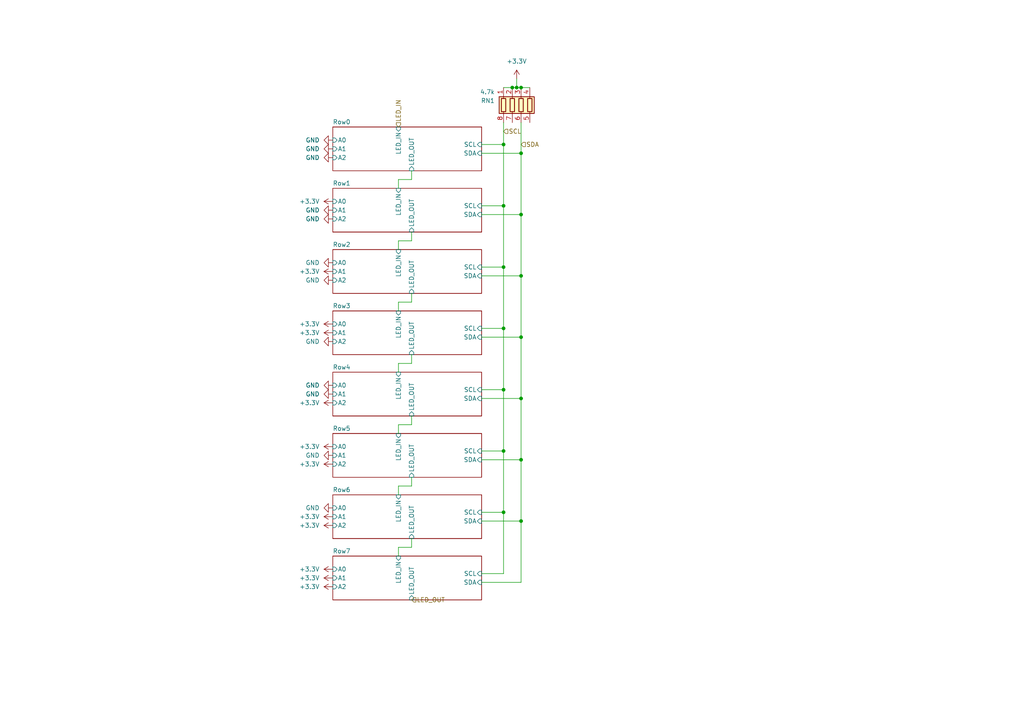
<source format=kicad_sch>
(kicad_sch (version 20230121) (generator eeschema)
  (paper "A4")
  (lib_symbols
    (symbol "Device:R_Pack04" (pin_names (offset 0) hide)
      (property "Reference" "RN" (at -7.62 0 90))
      (property "Value" "R_Pack04" (at 5.08 0 90))
      (symbol "R_Pack04_0_1"
        (rectangle (start -6.35 -2.413) (end 3.81 2.413) (stroke (width 0.254)) (fill (type background)))
        (rectangle (start -5.715 1.905) (end -4.445 -1.905) (stroke (width 0.254)))
        (rectangle (start -3.175 1.905) (end -1.905 -1.905) (stroke (width 0.254)))
        (rectangle (start -0.635 1.905) (end 0.635 -1.905) (stroke (width 0.254)))
        (polyline (pts (xy -5.08 -2.54) (xy -5.08 -1.905)))
        (polyline (pts (xy -5.08 1.905) (xy -5.08 2.54)))
        (polyline (pts (xy -2.54 -2.54) (xy -2.54 -1.905)))
        (polyline (pts (xy -2.54 1.905) (xy -2.54 2.54)))
        (polyline (pts (xy 0 -2.54) (xy 0 -1.905)))
        (polyline (pts (xy 0 1.905) (xy 0 2.54)))
        (polyline (pts (xy 2.54 -2.54) (xy 2.54 -1.905)))
        (polyline (pts (xy 2.54 1.905) (xy 2.54 2.54)))
        (rectangle (start 1.905 1.905) (end 3.175 -1.905) (stroke (width 0.254)))
      )
      (symbol "R_Pack04_1_1"
        (pin passive line (at -5.08 -5.08 90) (length 2.54) (name "R1.1") (number "1"))
        (pin passive line (at -2.54 -5.08 90) (length 2.54) (name "R2.1") (number "2"))
        (pin passive line (at 0 -5.08 90) (length 2.54) (name "R3.1") (number "3"))
        (pin passive line (at 2.54 -5.08 90) (length 2.54) (name "R4.1") (number "4"))
        (pin passive line (at 2.54 5.08 270) (length 2.54) (name "R4.2") (number "5"))
        (pin passive line (at 0 5.08 270) (length 2.54) (name "R3.2") (number "6"))
        (pin passive line (at -2.54 5.08 270) (length 2.54) (name "R2.2") (number "7"))
        (pin passive line (at -5.08 5.08 270) (length 2.54) (name "R1.2") (number "8"))
      )
    )
    (symbol "power:+3.3V" (power) (pin_names (offset 0))
      (property "Value" "+3.3V" (at 0 3.556 0))
      (symbol "+3.3V_0_1"
        (polyline (pts (xy -0.762 1.27) (xy 0 2.54)))
        (polyline (pts (xy 0 0) (xy 0 2.54)))
        (polyline (pts (xy 0 2.54) (xy 0.762 1.27)))
      )
      (symbol "+3.3V_1_1"
        (pin power_in line (at 0 0 90) (length 0) hide (name "+3.3V") (number "1"))
      )
    )
    (symbol "power:GND" (power) (pin_names (offset 0))
      (property "Value" "GND" (at 0 -3.81 0))
      (symbol "GND_0_1"
        (polyline (pts (xy 0 0) (xy 0 -1.27) (xy 1.27 -1.27) (xy 0 -2.54) (xy -1.27 -1.27) (xy 0 -1.27)))
      )
      (symbol "GND_1_1"
        (pin power_in line (at 0 0 270) (length 0) hide (name "GND") (number "1"))
      )
    )
  )
  (junction (at 146.05 59.69))
  (junction (at 148.59 25.4))
  (junction (at 151.13 44.45))
  (junction (at 146.05 41.91))
  (junction (at 146.05 95.25))
  (junction (at 151.13 25.4))
  (junction (at 146.05 148.59))
  (junction (at 151.13 115.57))
  (junction (at 151.13 151.13))
  (junction (at 146.05 77.47))
  (junction (at 151.13 80.01))
  (junction (at 151.13 62.23))
  (junction (at 149.86 25.4))
  (junction (at 146.05 113.03))
  (junction (at 151.13 133.35))
  (junction (at 151.13 97.79))
  (junction (at 146.05 130.81))
  (wire (pts (xy 146.05 59.69) (xy 146.05 77.47)))
  (wire (pts (xy 151.13 115.57) (xy 151.13 133.35)))
  (wire (pts (xy 146.05 113.03) (xy 139.7 113.03)))
  (wire (pts (xy 119.38 52.07) (xy 115.57 52.07)))
  (wire (pts (xy 139.7 41.91) (xy 146.05 41.91)))
  (wire (pts (xy 119.38 69.85) (xy 115.57 69.85)))
  (wire (pts (xy 119.38 105.41) (xy 115.57 105.41)))
  (wire (pts (xy 119.38 102.87) (xy 119.38 105.41)))
  (wire (pts (xy 119.38 87.63) (xy 115.57 87.63)))
  (wire (pts (xy 139.7 133.35) (xy 151.13 133.35)))
  (wire (pts (xy 139.7 151.13) (xy 151.13 151.13)))
  (wire (pts (xy 119.38 158.75) (xy 115.57 158.75)))
  (wire (pts (xy 146.05 113.03) (xy 146.05 130.81)))
  (wire (pts (xy 139.7 97.79) (xy 151.13 97.79)))
  (wire (pts (xy 146.05 95.25) (xy 139.7 95.25)))
  (wire (pts (xy 151.13 97.79) (xy 151.13 115.57)))
  (wire (pts (xy 115.57 105.41) (xy 115.57 107.95)))
  (wire (pts (xy 115.57 52.07) (xy 115.57 54.61)))
  (wire (pts (xy 139.7 115.57) (xy 151.13 115.57)))
  (wire (pts (xy 149.86 25.4) (xy 151.13 25.4)))
  (wire (pts (xy 139.7 168.91) (xy 151.13 168.91)))
  (wire (pts (xy 148.59 25.4) (xy 149.86 25.4)))
  (wire (pts (xy 146.05 77.47) (xy 146.05 95.25)))
  (wire (pts (xy 119.38 123.19) (xy 115.57 123.19)))
  (wire (pts (xy 139.7 80.01) (xy 151.13 80.01)))
  (wire (pts (xy 146.05 25.4) (xy 148.59 25.4)))
  (wire (pts (xy 146.05 59.69) (xy 139.7 59.69)))
  (wire (pts (xy 146.05 130.81) (xy 146.05 148.59)))
  (wire (pts (xy 119.38 49.53) (xy 119.38 52.07)))
  (wire (pts (xy 119.38 67.31) (xy 119.38 69.85)))
  (wire (pts (xy 119.38 138.43) (xy 119.38 140.97)))
  (wire (pts (xy 149.86 22.86) (xy 149.86 25.4)))
  (wire (pts (xy 115.57 69.85) (xy 115.57 72.39)))
  (wire (pts (xy 146.05 148.59) (xy 146.05 166.37)))
  (wire (pts (xy 151.13 80.01) (xy 151.13 97.79)))
  (wire (pts (xy 119.38 85.09) (xy 119.38 87.63)))
  (wire (pts (xy 146.05 166.37) (xy 139.7 166.37)))
  (wire (pts (xy 151.13 44.45) (xy 151.13 62.23)))
  (wire (pts (xy 139.7 62.23) (xy 151.13 62.23)))
  (wire (pts (xy 119.38 120.65) (xy 119.38 123.19)))
  (wire (pts (xy 151.13 133.35) (xy 151.13 151.13)))
  (wire (pts (xy 146.05 130.81) (xy 139.7 130.81)))
  (wire (pts (xy 146.05 41.91) (xy 146.05 59.69)))
  (wire (pts (xy 119.38 140.97) (xy 115.57 140.97)))
  (wire (pts (xy 146.05 35.56) (xy 146.05 41.91)))
  (wire (pts (xy 151.13 62.23) (xy 151.13 80.01)))
  (wire (pts (xy 151.13 35.56) (xy 151.13 44.45)))
  (wire (pts (xy 146.05 148.59) (xy 139.7 148.59)))
  (wire (pts (xy 151.13 151.13) (xy 151.13 168.91)))
  (wire (pts (xy 115.57 158.75) (xy 115.57 161.29)))
  (wire (pts (xy 146.05 95.25) (xy 146.05 113.03)))
  (wire (pts (xy 115.57 123.19) (xy 115.57 125.73)))
  (wire (pts (xy 139.7 44.45) (xy 151.13 44.45)))
  (wire (pts (xy 115.57 87.63) (xy 115.57 90.17)))
  (wire (pts (xy 146.05 77.47) (xy 139.7 77.47)))
  (wire (pts (xy 119.38 156.21) (xy 119.38 158.75)))
  (wire (pts (xy 151.13 25.4) (xy 153.67 25.4)))
  (wire (pts (xy 115.57 140.97) (xy 115.57 143.51)))
  (hierarchical_label "SCL" (shape input) (at 146.05 38.1 0))
  (hierarchical_label "LED_IN" (shape input) (at 115.57 36.83 90))
  (hierarchical_label "SDA" (shape input) (at 151.13 41.91 0))
  (hierarchical_label "LED_OUT" (shape input) (at 119.38 173.99 0))
  (symbol (lib_id "power:+3.3V") (at 96.52 78.74 90) (unit 1)
    (property "Reference" "#PWR047" (effects hide))
    (property "Value" "+3.3V" (at 92.71 78.74 90) (effects (justify left)))
  )
  (symbol (lib_id "power:GND") (at 96.52 43.18 270) (unit 1)
    (property "Reference" "#PWR072" (effects hide))
    (property "Value" "GND" (at 92.71 43.18 90) (effects (justify right)))
  )
  (symbol (lib_id "power:GND") (at 96.52 63.5 270) (unit 1)
    (property "Reference" "#PWR045" (effects hide))
    (property "Value" "GND" (at 92.71 63.5 90) (effects (justify right)))
  )
  (symbol (lib_id "power:GND") (at 96.52 99.06 270) (unit 1)
    (property "Reference" "#PWR076" (effects hide))
    (property "Value" "GND" (at 92.71 99.06 90) (effects (justify right)))
  )
  (symbol (lib_id "power:GND") (at 96.52 132.08 270) (unit 1)
    (property "Reference" "#PWR0123" (effects hide))
    (property "Value" "GND" (at 92.71 132.08 90) (effects (justify right)))
  )
  (symbol (lib_id "power:+3.3V") (at 96.52 58.42 90) (unit 1)
    (property "Reference" "#PWR046" (effects hide))
    (property "Value" "+3.3V" (at 92.71 58.42 90) (effects (justify left)))
  )
  (symbol (lib_id "power:+3.3V") (at 96.52 170.18 90) (unit 1)
    (property "Reference" "#PWR0147" (effects hide))
    (property "Value" "+3.3V" (at 92.71 170.18 90) (effects (justify left)))
  )
  (symbol (lib_id "power:GND") (at 96.52 45.72 270) (unit 1)
    (property "Reference" "#PWR073" (effects hide))
    (property "Value" "GND" (at 92.71 45.72 90) (effects (justify right)))
  )
  (symbol (lib_id "power:+3.3V") (at 96.52 149.86 90) (unit 1)
    (property "Reference" "#PWR0170" (effects hide))
    (property "Value" "+3.3V" (at 92.71 149.86 90) (effects (justify left)))
  )
  (symbol (lib_id "Device:R_Pack04") (at 151.13 30.48 0) (mirror x) (unit 1)
    (property "Reference" "RN1" (at 143.51 29.21 0) (effects (justify right)))
    (property "Value" "4.7k" (at 143.51 26.67 0) (effects (justify right)))
    (property "Footprint" "Resistor_SMD:R_Array_Concave_4x0603" (effects hide))
    (instances (project "chessbot" (path "" (reference "RN1") (unit 1)) (path "" (reference "RN5") (unit 1)) (path "" (reference "RN7") (unit 1)) (path "" (reference "RN8") (unit 1)) (path "" (reference "RN6") (unit 1)) (path "" (reference "RN2") (unit 1)) (path "" (reference "RN3") (unit 1)) (path "" (reference "RN4") (unit 1)) (path "" (reference "RN10") (unit 1))))
  )
  (symbol (lib_id "power:+3.3V") (at 96.52 167.64 90) (unit 1)
    (property "Reference" "#PWR0148" (effects hide))
    (property "Value" "+3.3V" (at 92.71 167.64 90) (effects (justify left)))
  )
  (symbol (lib_id "power:GND") (at 96.52 60.96 270) (unit 1)
    (property "Reference" "#PWR071" (effects hide))
    (property "Value" "GND" (at 92.71 60.96 90) (effects (justify right)))
  )
  (symbol (lib_id "power:GND") (at 96.52 111.76 270) (unit 1)
    (property "Reference" "#PWR074" (effects hide))
    (property "Value" "GND" (at 92.71 111.76 90) (effects (justify right)))
  )
  (symbol (lib_id "power:+3.3V") (at 96.52 134.62 90) (unit 1)
    (property "Reference" "#PWR0124" (effects hide))
    (property "Value" "+3.3V" (at 92.71 134.62 90) (effects (justify left)))
  )
  (symbol (lib_id "power:+3.3V") (at 96.52 129.54 90) (unit 1)
    (property "Reference" "#PWR0122" (effects hide))
    (property "Value" "+3.3V" (at 92.71 129.54 90) (effects (justify left)))
  )
  (symbol (lib_id "power:GND") (at 96.52 114.3 270) (unit 1)
    (property "Reference" "#PWR0100" (effects hide))
    (property "Value" "GND" (at 92.71 114.3 90) (effects (justify right)))
  )
  (symbol (lib_id "power:+3.3V") (at 96.52 165.1 90) (unit 1)
    (property "Reference" "#PWR0171" (effects hide))
    (property "Value" "+3.3V" (at 92.71 165.1 90) (effects (justify left)))
  )
  (symbol (lib_id "power:+3.3V") (at 96.52 93.98 90) (unit 1)
    (property "Reference" "#PWR098" (effects hide))
    (property "Value" "+3.3V" (at 92.71 93.98 90) (effects (justify left)))
  )
  (symbol (lib_id "power:GND") (at 96.52 76.2 270) (unit 1)
    (property "Reference" "#PWR048" (effects hide))
    (property "Value" "GND" (at 92.71 76.2 90) (effects (justify right)))
  )
  (symbol (lib_id "power:+3.3V") (at 149.86 22.86 0) (unit 1)
    (property "Reference" "#PWR041" (effects hide))
    (property "Value" "+3.3V" (at 149.86 17.78 0))
  )
  (symbol (lib_id "power:GND") (at 96.52 40.64 270) (unit 1)
    (property "Reference" "#PWR044" (effects hide))
    (property "Value" "GND" (at 92.71 40.64 90) (effects (justify right)))
  )
  (symbol (lib_id "power:+3.3V") (at 96.52 96.52 90) (unit 1)
    (property "Reference" "#PWR075" (effects hide))
    (property "Value" "+3.3V" (at 92.71 96.52 90) (effects (justify left)))
  )
  (symbol (lib_id "power:+3.3V") (at 96.52 152.4 90) (unit 1)
    (property "Reference" "#PWR0146" (effects hide))
    (property "Value" "+3.3V" (at 92.71 152.4 90) (effects (justify left)))
  )
  (symbol (lib_id "power:GND") (at 96.52 81.28 270) (unit 1)
    (property "Reference" "#PWR070" (effects hide))
    (property "Value" "GND" (at 92.71 81.28 90) (effects (justify right)))
  )
  (symbol (lib_id "power:GND") (at 96.52 147.32 270) (unit 1)
    (property "Reference" "#PWR0172" (effects hide))
    (property "Value" "GND" (at 92.71 147.32 90) (effects (justify right)))
  )
  (symbol (lib_id "power:+3.3V") (at 96.52 116.84 90) (unit 1)
    (property "Reference" "#PWR099" (effects hide))
    (property "Value" "+3.3V" (at 92.71 116.84 90) (effects (justify left)))
  )
  (sheet (at 96.52 54.61) (size 43.18 12.7) (stroke (width 0.1524))
    (property "Sheetname" "Row1" (at 96.52 53.8984 0) (effects (justify left bottom)))
    (property "Sheetfile" "row.kicad_sch" (effects hide))
    (pin "LED_OUT" input (at 119.38 67.31 270))
    (pin "A2" input (at 96.52 63.5 180))
    (pin "A1" input (at 96.52 60.96 180))
    (pin "A0" input (at 96.52 58.42 180))
    (pin "LED_IN" input (at 115.57 54.61 90))
    (pin "SDA" input (at 139.7 62.23 0))
    (pin "SCL" input (at 139.7 59.69 0))
  )
  (sheet (at 96.52 36.83) (size 43.18 12.7) (stroke (width 0.1524))
    (property "Sheetname" "Row0" (at 96.52 36.1184 0) (effects (justify left bottom)))
    (property "Sheetfile" "row.kicad_sch" (effects hide))
    (pin "LED_OUT" input (at 119.38 49.53 270))
    (pin "A2" input (at 96.52 45.72 180))
    (pin "A1" input (at 96.52 43.18 180))
    (pin "A0" input (at 96.52 40.64 180))
    (pin "LED_IN" input (at 115.57 36.83 90))
    (pin "SDA" input (at 139.7 44.45 0))
    (pin "SCL" input (at 139.7 41.91 0))
  )
  (sheet (at 96.52 161.29) (size 43.18 12.7) (stroke (width 0.1524))
    (property "Sheetname" "Row7" (at 96.52 160.5784 0) (effects (justify left bottom)))
    (property "Sheetfile" "row.kicad_sch" (effects hide))
    (pin "LED_OUT" input (at 119.38 173.99 270))
    (pin "A2" input (at 96.52 170.18 180))
    (pin "A1" input (at 96.52 167.64 180))
    (pin "A0" input (at 96.52 165.1 180))
    (pin "LED_IN" input (at 115.57 161.29 90))
    (pin "SDA" input (at 139.7 168.91 0))
    (pin "SCL" input (at 139.7 166.37 0))
  )
  (sheet (at 96.52 125.73) (size 43.18 12.7) (stroke (width 0.1524))
    (property "Sheetname" "Row5" (at 96.52 125.0184 0) (effects (justify left bottom)))
    (property "Sheetfile" "row.kicad_sch" (effects hide))
    (pin "LED_OUT" input (at 119.38 138.43 270))
    (pin "A2" input (at 96.52 134.62 180))
    (pin "A1" input (at 96.52 132.08 180))
    (pin "A0" input (at 96.52 129.54 180))
    (pin "LED_IN" input (at 115.57 125.73 90))
    (pin "SDA" input (at 139.7 133.35 0))
    (pin "SCL" input (at 139.7 130.81 0))
  )
  (sheet (at 96.52 90.17) (size 43.18 12.7) (stroke (width 0.1524))
    (property "Sheetname" "Row3" (at 96.52 89.4584 0) (effects (justify left bottom)))
    (property "Sheetfile" "row.kicad_sch" (effects hide))
    (pin "LED_OUT" input (at 119.38 102.87 270))
    (pin "A2" input (at 96.52 99.06 180))
    (pin "A1" input (at 96.52 96.52 180))
    (pin "A0" input (at 96.52 93.98 180))
    (pin "LED_IN" input (at 115.57 90.17 90))
    (pin "SDA" input (at 139.7 97.79 0))
    (pin "SCL" input (at 139.7 95.25 0))
  )
  (sheet (at 96.52 143.51) (size 43.18 12.7) (stroke (width 0.1524))
    (property "Sheetname" "Row6" (at 96.52 142.7984 0) (effects (justify left bottom)))
    (property "Sheetfile" "row.kicad_sch" (effects hide))
    (pin "LED_OUT" input (at 119.38 156.21 270))
    (pin "A2" input (at 96.52 152.4 180))
    (pin "A1" input (at 96.52 149.86 180))
    (pin "A0" input (at 96.52 147.32 180))
    (pin "LED_IN" input (at 115.57 143.51 90))
    (pin "SDA" input (at 139.7 151.13 0))
    (pin "SCL" input (at 139.7 148.59 0))
  )
  (sheet (at 96.52 107.95) (size 43.18 12.7) (stroke (width 0.1524))
    (property "Sheetname" "Row4" (at 96.52 107.2384 0) (effects (justify left bottom)))
    (property "Sheetfile" "row.kicad_sch" (effects hide))
    (pin "LED_OUT" input (at 119.38 120.65 270))
    (pin "A2" input (at 96.52 116.84 180))
    (pin "A1" input (at 96.52 114.3 180))
    (pin "A0" input (at 96.52 111.76 180))
    (pin "LED_IN" input (at 115.57 107.95 90))
    (pin "SDA" input (at 139.7 115.57 0))
    (pin "SCL" input (at 139.7 113.03 0))
  )
  (sheet (at 96.52 72.39) (size 43.18 12.7) (stroke (width 0.1524))
    (property "Sheetname" "Row2" (at 96.52 71.6784 0) (effects (justify left bottom)))
    (property "Sheetfile" "row.kicad_sch" (effects hide))
    (pin "LED_OUT" input (at 119.38 85.09 270))
    (pin "A2" input (at 96.52 81.28 180))
    (pin "A1" input (at 96.52 78.74 180))
    (pin "A0" input (at 96.52 76.2 180))
    (pin "LED_IN" input (at 115.57 72.39 90))
    (pin "SDA" input (at 139.7 80.01 0))
    (pin "SCL" input (at 139.7 77.47 0))
  )
)
</source>
